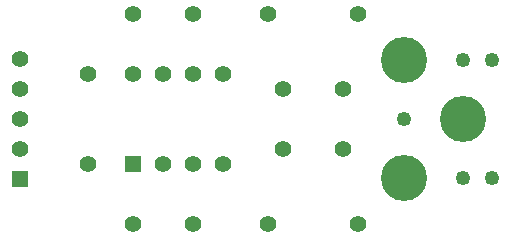
<source format=gts>
G04 (created by PCBNEW (2013-07-07 BZR 4022)-stable) date 1/7/2015 9:28:31 AM*
%MOIN*%
G04 Gerber Fmt 3.4, Leading zero omitted, Abs format*
%FSLAX34Y34*%
G01*
G70*
G90*
G04 APERTURE LIST*
%ADD10C,0.00590551*%
%ADD11C,0.055*%
%ADD12R,0.055X0.055*%
%ADD13C,0.153543*%
%ADD14C,0.0492126*%
G04 APERTURE END LIST*
G54D10*
G54D11*
X78500Y-62500D03*
X78500Y-65500D03*
X84500Y-60500D03*
X87500Y-60500D03*
X84500Y-67500D03*
X87500Y-67500D03*
G54D12*
X80000Y-65500D03*
G54D11*
X81000Y-65500D03*
X82000Y-65500D03*
X83000Y-65500D03*
X83000Y-62500D03*
X82000Y-62500D03*
X81000Y-62500D03*
X80000Y-62500D03*
X82000Y-67500D03*
X80000Y-67500D03*
X80000Y-60500D03*
X82000Y-60500D03*
X85000Y-63000D03*
X85000Y-65000D03*
X87000Y-65000D03*
X87000Y-63000D03*
G54D12*
X76250Y-66000D03*
G54D11*
X76250Y-65000D03*
X76250Y-64000D03*
X76250Y-63000D03*
X76250Y-62000D03*
G54D13*
X91000Y-64000D03*
X89031Y-62031D03*
X89031Y-65968D03*
G54D14*
X89031Y-64000D03*
X91000Y-65968D03*
X91000Y-62031D03*
X91984Y-62031D03*
X91984Y-65968D03*
M02*

</source>
